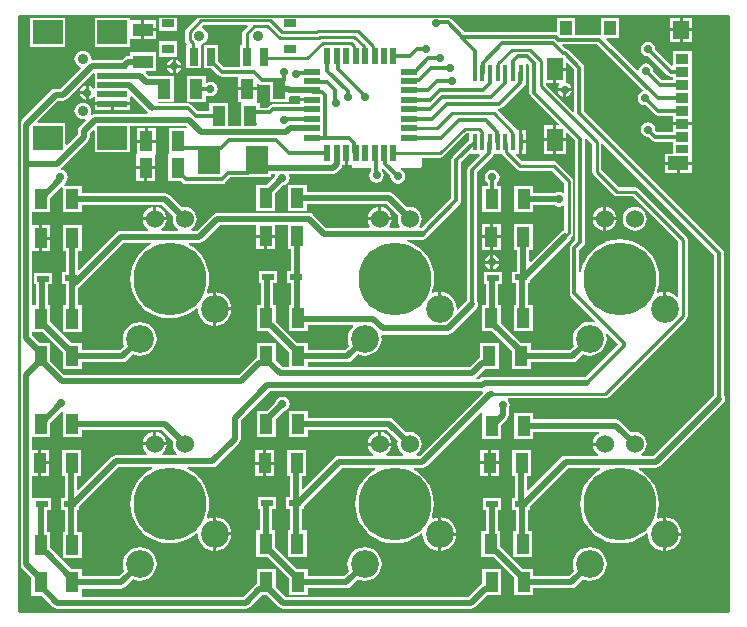
<source format=gtl>
G04*
G04 #@! TF.GenerationSoftware,Altium Limited,Altium Designer,19.0.15 (446)*
G04*
G04 Layer_Physical_Order=1*
G04 Layer_Color=255*
%FSLAX44Y44*%
%MOMM*%
G71*
G01*
G75*
%ADD12C,0.3000*%
%ADD16C,0.2540*%
%ADD18R,1.0000X0.8000*%
%ADD19R,0.7000X1.5000*%
%ADD20R,2.5000X0.5000*%
%ADD21R,2.5000X2.0000*%
%ADD22R,1.9000X2.4000*%
%ADD23R,1.3500X1.5500*%
%ADD24R,1.8000X1.1700*%
%ADD25R,1.3500X1.9000*%
%ADD26R,1.0000X1.2000*%
%ADD27R,1.1000X0.8500*%
%ADD28R,1.1000X0.8750*%
%ADD29R,1.1000X0.7500*%
%ADD30R,1.4732X0.5080*%
%ADD31R,0.5080X1.4732*%
%ADD32R,1.1000X1.7000*%
%ADD33R,0.3556X1.4732*%
%ADD34R,1.0000X0.5000*%
%ADD35R,1.7000X1.1000*%
%ADD58C,0.5000*%
%ADD59C,0.9000*%
%ADD60C,1.5240*%
%ADD61C,6.1500*%
%ADD62C,2.3500*%
%ADD63C,0.7112*%
G36*
X150984Y-1270D02*
X141443Y-10811D01*
X140601Y-12071D01*
X140305Y-13558D01*
Y-20442D01*
X140601Y-21929D01*
X141443Y-23189D01*
X141827Y-23573D01*
X141460Y-24460D01*
X141460D01*
Y-44540D01*
X153540D01*
Y-24646D01*
X153540Y-24646D01*
X153540Y-24646D01*
X154412Y-23860D01*
X154528Y-23780D01*
X156050Y-23149D01*
X157521Y-22021D01*
X158649Y-20550D01*
X159359Y-18838D01*
X159601Y-17000D01*
X159359Y-15162D01*
X158649Y-13450D01*
X157521Y-11979D01*
X156050Y-10851D01*
X154733Y-10305D01*
X154274Y-8968D01*
X155747Y-7495D01*
X193100D01*
X193586Y-8668D01*
X189753Y-12501D01*
X188911Y-13761D01*
X188615Y-15248D01*
Y-24460D01*
X186460D01*
Y-43381D01*
X173206D01*
X168540Y-38715D01*
Y-24460D01*
X156460D01*
Y-44540D01*
X162715D01*
X168587Y-50413D01*
X169924Y-51305D01*
X171500Y-51619D01*
X184960D01*
Y-60230D01*
X193000D01*
X201040D01*
Y-57311D01*
X202213Y-56825D01*
X202801Y-57413D01*
X204137Y-58305D01*
X205713Y-58619D01*
X211960D01*
Y-72540D01*
X228040D01*
Y-68925D01*
X228862Y-68251D01*
X237751D01*
Y-69716D01*
X247657D01*
Y-72256D01*
X237751D01*
Y-74995D01*
X214643D01*
X213067Y-75309D01*
X211731Y-76202D01*
X210301Y-77631D01*
X203790D01*
Y-73710D01*
X201281D01*
X201040Y-72540D01*
X201040D01*
Y-62770D01*
X193000D01*
X184960D01*
Y-72540D01*
X187469D01*
X187710Y-73710D01*
X187710D01*
Y-93321D01*
X176790D01*
Y-73710D01*
X160710D01*
Y-80631D01*
X150955D01*
X145662Y-75338D01*
X144325Y-74445D01*
X142749Y-74131D01*
X117150D01*
X117102Y-74060D01*
X117781Y-72790D01*
X130790D01*
Y-50710D01*
X120246D01*
X119750Y-50611D01*
X109628D01*
X107077Y-48060D01*
X107603Y-46790D01*
X115540D01*
Y-30710D01*
X93460D01*
Y-33765D01*
X92446D01*
X90480Y-34156D01*
X88813Y-35270D01*
X86721Y-37361D01*
X62018D01*
X60959Y-36580D01*
X60805Y-36153D01*
X60609Y-34662D01*
X59899Y-32950D01*
X58771Y-31479D01*
X57300Y-30351D01*
X55588Y-29641D01*
X53750Y-29399D01*
X51912Y-29641D01*
X50200Y-30351D01*
X48729Y-31479D01*
X47601Y-32950D01*
X46891Y-34662D01*
X46649Y-36500D01*
X46891Y-38338D01*
X47601Y-40050D01*
X48729Y-41521D01*
X50200Y-42649D01*
X51493Y-43185D01*
X51942Y-44532D01*
X34857Y-61617D01*
X30766D01*
X28800Y-62009D01*
X27133Y-63122D01*
X1866Y-88389D01*
X1270Y-89281D01*
X0Y-88896D01*
Y0D01*
X118460D01*
Y-12540D01*
X133540D01*
Y0D01*
X150458D01*
X150984Y-1270D01*
D02*
G37*
G36*
X63810Y-48995D02*
Y-61185D01*
X62540Y-61571D01*
X61895Y-60605D01*
X59878Y-59258D01*
X58770Y-59037D01*
Y-65000D01*
Y-70963D01*
X59878Y-70742D01*
X61895Y-69395D01*
X62540Y-68429D01*
X63810Y-68815D01*
Y-73230D01*
X93890D01*
Y-68339D01*
X95063Y-67853D01*
X108862Y-81651D01*
X108533Y-82921D01*
X64190D01*
X62223Y-83312D01*
X61333Y-83907D01*
X60308Y-83065D01*
X60609Y-82338D01*
X60851Y-80500D01*
X60609Y-78662D01*
X59899Y-76950D01*
X58771Y-75479D01*
X57300Y-74351D01*
X55588Y-73641D01*
X53750Y-73399D01*
X51912Y-73641D01*
X50200Y-74351D01*
X48729Y-75479D01*
X47601Y-76950D01*
X46891Y-78662D01*
X46649Y-80500D01*
X46891Y-82338D01*
X47601Y-84050D01*
X48729Y-85521D01*
X50200Y-86649D01*
X51912Y-87359D01*
X53750Y-87601D01*
X55588Y-87359D01*
X55997Y-87189D01*
X56717Y-88266D01*
X50826Y-94156D01*
X49712Y-95823D01*
X49321Y-97790D01*
Y-100189D01*
X40263Y-109247D01*
X39090Y-108761D01*
Y-90560D01*
X15889D01*
X15403Y-89387D01*
X32895Y-71895D01*
X36985D01*
X38952Y-71504D01*
X40619Y-70390D01*
X62540Y-48469D01*
X63810Y-48995D01*
D02*
G37*
G36*
X469881Y-45493D02*
Y-80728D01*
X468708Y-81214D01*
X445803Y-58310D01*
X446329Y-57040D01*
X451980D01*
Y-45000D01*
X453250D01*
Y-43730D01*
X462540D01*
Y-39811D01*
X463713Y-39325D01*
X469881Y-45493D01*
D02*
G37*
G36*
X600000Y-503500D02*
X0D01*
Y-467376D01*
X1270Y-466991D01*
X1866Y-467883D01*
X9960Y-475977D01*
Y-490790D01*
X18772D01*
X28366Y-500384D01*
X30033Y-501498D01*
X32000Y-501889D01*
X191750D01*
X193717Y-501498D01*
X193717Y-501498D01*
X193717Y-501498D01*
X195384Y-500384D01*
X205128Y-490639D01*
X206000D01*
X206496Y-490540D01*
X209773D01*
X219866Y-500634D01*
X221534Y-501748D01*
X223500Y-502139D01*
X382500D01*
X384466Y-501748D01*
X386133Y-500634D01*
X396129Y-490639D01*
X397000D01*
X397496Y-490540D01*
X408040D01*
Y-468460D01*
X391960D01*
Y-480802D01*
X390366Y-481866D01*
X380371Y-491861D01*
X225629D01*
X217040Y-483273D01*
Y-468460D01*
X200960D01*
Y-480801D01*
X199366Y-481866D01*
X189621Y-491611D01*
X53970D01*
X53040Y-490790D01*
Y-484889D01*
X86200D01*
X88167Y-484497D01*
X89834Y-483383D01*
X96102Y-477115D01*
X98170Y-477972D01*
X101901Y-478463D01*
X105631Y-477972D01*
X109107Y-476532D01*
X112092Y-474241D01*
X114383Y-471256D01*
X115823Y-467780D01*
X116314Y-464050D01*
X115823Y-460319D01*
X114383Y-456843D01*
X112092Y-453858D01*
X109107Y-451567D01*
X105631Y-450127D01*
X101901Y-449636D01*
X98170Y-450127D01*
X94694Y-451567D01*
X91709Y-453858D01*
X89418Y-456843D01*
X87978Y-460319D01*
X87487Y-464050D01*
X87978Y-467780D01*
X88835Y-469848D01*
X84072Y-474611D01*
X53040D01*
Y-468710D01*
X44227D01*
X26040Y-450522D01*
Y-436960D01*
X23654D01*
Y-418430D01*
X26570D01*
Y-408350D01*
X19526D01*
X19030Y-408251D01*
X18515D01*
X18018Y-408350D01*
X11490D01*
X10639Y-407433D01*
Y-389540D01*
X16230D01*
Y-378500D01*
Y-367460D01*
X10639D01*
Y-356540D01*
X26040D01*
Y-344727D01*
X35690Y-335077D01*
X36960Y-335603D01*
Y-356540D01*
X53040D01*
Y-350638D01*
X120922D01*
X130100Y-359816D01*
X129753Y-362450D01*
X130102Y-365102D01*
X131126Y-367574D01*
X132754Y-369696D01*
X133921Y-370591D01*
X133490Y-371861D01*
X121111D01*
X120680Y-370591D01*
X121847Y-369696D01*
X123475Y-367574D01*
X124499Y-365102D01*
X124681Y-363720D01*
X114600D01*
X104520D01*
X104702Y-365102D01*
X105726Y-367574D01*
X107354Y-369696D01*
X108521Y-370591D01*
X108090Y-371861D01*
X81750D01*
X79784Y-372252D01*
X78117Y-373366D01*
X50062Y-401420D01*
X48889Y-400934D01*
Y-389540D01*
X52540D01*
Y-367460D01*
X36460D01*
Y-389540D01*
X38612D01*
Y-408210D01*
X35460D01*
Y-418290D01*
X38861D01*
Y-436960D01*
X36960D01*
Y-459040D01*
X53040D01*
Y-436960D01*
X49139D01*
Y-418290D01*
X50540D01*
Y-415477D01*
X83879Y-382138D01*
X112164D01*
X112411Y-383384D01*
X112140Y-383496D01*
X107673Y-386234D01*
X103688Y-389637D01*
X100285Y-393622D01*
X97547Y-398090D01*
X95542Y-402931D01*
X94319Y-408026D01*
X93908Y-413250D01*
X94319Y-418474D01*
X95542Y-423569D01*
X97547Y-428410D01*
X100285Y-432878D01*
X103688Y-436862D01*
X107673Y-440265D01*
X112140Y-443003D01*
X116982Y-445008D01*
X122077Y-446231D01*
X127301Y-446643D01*
X132524Y-446231D01*
X137619Y-445008D01*
X142461Y-443003D01*
X146928Y-440265D01*
X149818Y-437797D01*
X151014Y-438446D01*
X150987Y-438650D01*
X151478Y-442380D01*
X152918Y-445856D01*
X155209Y-448841D01*
X158194Y-451132D01*
X161670Y-452572D01*
X164130Y-452896D01*
Y-438650D01*
Y-424403D01*
X161670Y-424727D01*
X159598Y-425586D01*
X158626Y-424614D01*
X159059Y-423569D01*
X160282Y-418474D01*
X160693Y-413250D01*
X160282Y-408026D01*
X159059Y-402931D01*
X157054Y-398090D01*
X154316Y-393622D01*
X150913Y-389637D01*
X146928Y-386234D01*
X142461Y-383496D01*
X142190Y-383384D01*
X142437Y-382138D01*
X163500D01*
X165467Y-381747D01*
X167134Y-380633D01*
X186133Y-361634D01*
X187247Y-359967D01*
X187638Y-358000D01*
Y-342379D01*
X212128Y-317889D01*
X391750D01*
X391810Y-317877D01*
X392435Y-319047D01*
X339112Y-372371D01*
X336301D01*
X335870Y-371101D01*
X337636Y-369746D01*
X339264Y-367624D01*
X340288Y-365152D01*
X340638Y-362500D01*
X340288Y-359848D01*
X339264Y-357376D01*
X337636Y-355254D01*
X335514Y-353625D01*
X333042Y-352601D01*
X330390Y-352252D01*
X327756Y-352599D01*
X317024Y-341867D01*
X315357Y-340753D01*
X313390Y-340362D01*
X244040D01*
Y-334460D01*
X227960D01*
Y-356540D01*
X244040D01*
Y-350639D01*
X311262D01*
X320489Y-359866D01*
X320142Y-362500D01*
X320491Y-365152D01*
X321515Y-367624D01*
X323144Y-369746D01*
X324909Y-371101D01*
X324478Y-372371D01*
X310901D01*
X310470Y-371101D01*
X312236Y-369746D01*
X313864Y-367624D01*
X314888Y-365152D01*
X315070Y-363770D01*
X304990D01*
X294909D01*
X295091Y-365152D01*
X296115Y-367624D01*
X297744Y-369746D01*
X299509Y-371101D01*
X299078Y-372371D01*
X270990D01*
X269023Y-372762D01*
X267356Y-373876D01*
X240437Y-400796D01*
X239263Y-400310D01*
Y-389790D01*
X242790D01*
Y-367710D01*
X226710D01*
Y-389790D01*
X228986D01*
Y-407460D01*
X225960D01*
Y-417540D01*
X229361D01*
Y-435710D01*
X227460D01*
Y-457790D01*
X243540D01*
Y-435710D01*
X239639D01*
Y-417540D01*
X241040D01*
Y-414727D01*
X273118Y-382649D01*
X301565D01*
X301923Y-383918D01*
X298062Y-386284D01*
X294077Y-389688D01*
X290674Y-393672D01*
X287936Y-398140D01*
X285931Y-402981D01*
X284708Y-408076D01*
X284297Y-413300D01*
X284708Y-418524D01*
X285931Y-423619D01*
X287936Y-428460D01*
X290674Y-432928D01*
X294077Y-436912D01*
X298062Y-440315D01*
X302530Y-443053D01*
X307371Y-445059D01*
X312466Y-446282D01*
X317690Y-446693D01*
X322914Y-446282D01*
X328009Y-445059D01*
X332850Y-443053D01*
X337318Y-440315D01*
X340208Y-437847D01*
X341403Y-438496D01*
X341376Y-438700D01*
X341868Y-442430D01*
X343307Y-445907D01*
X345598Y-448892D01*
X348583Y-451182D01*
X352059Y-452622D01*
X354520Y-452946D01*
Y-438700D01*
Y-424454D01*
X352059Y-424778D01*
X349988Y-425636D01*
X349016Y-424664D01*
X349448Y-423619D01*
X350672Y-418524D01*
X351083Y-413300D01*
X350672Y-408076D01*
X349448Y-402981D01*
X347443Y-398140D01*
X344705Y-393672D01*
X341302Y-389688D01*
X337318Y-386284D01*
X333457Y-383918D01*
X333815Y-382649D01*
X341240D01*
X343207Y-382257D01*
X344874Y-381143D01*
X391039Y-334979D01*
X391960Y-335853D01*
Y-357900D01*
X408040D01*
Y-346087D01*
X412884Y-341244D01*
X413998Y-339576D01*
X414389Y-337610D01*
Y-333032D01*
X414992Y-332129D01*
X415466Y-329750D01*
X414992Y-327372D01*
X413645Y-325355D01*
X413345Y-325155D01*
X413730Y-323885D01*
X496305D01*
X497792Y-323589D01*
X499052Y-322747D01*
X564707Y-257092D01*
X565550Y-255831D01*
X565845Y-254345D01*
Y-189448D01*
X565550Y-187962D01*
X564707Y-186702D01*
X524259Y-146253D01*
X522999Y-145411D01*
X521512Y-145115D01*
X507609D01*
X492885Y-130391D01*
Y-108860D01*
X494058Y-108374D01*
X588381Y-202697D01*
Y-320852D01*
X536861Y-372371D01*
X526802D01*
X526371Y-371101D01*
X528136Y-369746D01*
X529765Y-367624D01*
X530789Y-365152D01*
X531138Y-362500D01*
X530789Y-359848D01*
X529765Y-357376D01*
X528136Y-355254D01*
X526014Y-353625D01*
X523543Y-352601D01*
X520890Y-352252D01*
X518256Y-352599D01*
X508884Y-343226D01*
X507216Y-342113D01*
X505250Y-341721D01*
X435040D01*
Y-335820D01*
X418960D01*
Y-357900D01*
X435040D01*
Y-351999D01*
X490974D01*
X491227Y-353269D01*
X490367Y-353625D01*
X488244Y-355254D01*
X486615Y-357376D01*
X485592Y-359848D01*
X485410Y-361230D01*
X495490D01*
Y-363770D01*
X485410D01*
X485592Y-365152D01*
X486615Y-367624D01*
X488244Y-369746D01*
X490010Y-371101D01*
X489579Y-372371D01*
X462490D01*
X460524Y-372762D01*
X458857Y-373876D01*
X431187Y-401546D01*
X430014Y-401060D01*
Y-389290D01*
X433290D01*
Y-367210D01*
X417210D01*
Y-389290D01*
X419737D01*
Y-407960D01*
X416960D01*
Y-418040D01*
X420236D01*
Y-436210D01*
X418210D01*
Y-458290D01*
X434290D01*
Y-436210D01*
X430514D01*
Y-418040D01*
X432040D01*
Y-415228D01*
X464619Y-382649D01*
X492065D01*
X492423Y-383918D01*
X488562Y-386284D01*
X484578Y-389688D01*
X481175Y-393672D01*
X478437Y-398140D01*
X476432Y-402981D01*
X475209Y-408076D01*
X474797Y-413300D01*
X475209Y-418524D01*
X476432Y-423619D01*
X478437Y-428460D01*
X481175Y-432928D01*
X484578Y-436912D01*
X488562Y-440315D01*
X493030Y-443053D01*
X497871Y-445059D01*
X502966Y-446282D01*
X508190Y-446693D01*
X513414Y-446282D01*
X518509Y-445059D01*
X523350Y-443053D01*
X527818Y-440315D01*
X530708Y-437847D01*
X531904Y-438496D01*
X531877Y-438700D01*
X532368Y-442430D01*
X533808Y-445907D01*
X536099Y-448892D01*
X539084Y-451182D01*
X542560Y-452622D01*
X545020Y-452946D01*
Y-438700D01*
Y-424454D01*
X542560Y-424778D01*
X540488Y-425636D01*
X539516Y-424664D01*
X539949Y-423619D01*
X541172Y-418524D01*
X541583Y-413300D01*
X541172Y-408076D01*
X539949Y-402981D01*
X537944Y-398140D01*
X535206Y-393672D01*
X531803Y-389688D01*
X527818Y-386284D01*
X523957Y-383918D01*
X524315Y-382649D01*
X538990D01*
X540956Y-382257D01*
X542623Y-381143D01*
X596134Y-327634D01*
X597248Y-325967D01*
X597639Y-324000D01*
X597248Y-322034D01*
X596619Y-321093D01*
Y-200991D01*
X596306Y-199414D01*
X595413Y-198078D01*
X478119Y-80784D01*
Y-43787D01*
X477806Y-42210D01*
X476913Y-40874D01*
X464586Y-28547D01*
X463250Y-27654D01*
X461673Y-27341D01*
X461618D01*
X459609Y-25333D01*
X460095Y-24159D01*
X489517D01*
X527924Y-62566D01*
X527745Y-63156D01*
X527417Y-63855D01*
X525546Y-65105D01*
X524199Y-67121D01*
X523726Y-69500D01*
X524199Y-71878D01*
X525546Y-73895D01*
X527562Y-75242D01*
X529941Y-75715D01*
X530266Y-75651D01*
X537878Y-83263D01*
X539215Y-84156D01*
X540791Y-84469D01*
X553460D01*
Y-90080D01*
X561500D01*
X569540D01*
Y-87140D01*
Y-76140D01*
Y-65140D01*
Y-54265D01*
Y-43140D01*
Y-29560D01*
X553460D01*
Y-41648D01*
X552190Y-42174D01*
X538342Y-28325D01*
X538406Y-28000D01*
X537933Y-25621D01*
X536586Y-23605D01*
X534570Y-22258D01*
X532191Y-21785D01*
X529813Y-22258D01*
X527796Y-23605D01*
X526449Y-25621D01*
X525976Y-28000D01*
X526449Y-30378D01*
X527796Y-32395D01*
X529813Y-33742D01*
X532191Y-34215D01*
X532516Y-34151D01*
X548587Y-50222D01*
X549924Y-51114D01*
X551500Y-51428D01*
X553460D01*
Y-54231D01*
X544247D01*
X536842Y-46825D01*
X536907Y-46500D01*
X536433Y-44121D01*
X535086Y-42105D01*
X533070Y-40758D01*
X530691Y-40285D01*
X528312Y-40758D01*
X526296Y-42105D01*
X524949Y-44121D01*
X524613Y-45808D01*
X523235Y-46226D01*
X496722Y-19713D01*
X497208Y-18540D01*
X507540D01*
Y-1460D01*
X492460D01*
Y-15166D01*
X491478Y-15971D01*
X491223Y-15921D01*
X470540D01*
Y-1460D01*
X455460D01*
Y-12907D01*
X454478Y-13712D01*
X454029Y-13623D01*
X376948D01*
X365913Y-2587D01*
X364576Y-1694D01*
X363000Y-1381D01*
X358753D01*
X358670Y-1270D01*
X359310Y0D01*
X600000D01*
Y-503500D01*
D02*
G37*
G36*
X141698Y-94065D02*
X141201Y-95210D01*
X126460D01*
Y-117290D01*
X126210Y-117360D01*
Y-139440D01*
X136465D01*
X138177Y-141152D01*
X139513Y-142045D01*
X141089Y-142359D01*
X171523D01*
X173100Y-142045D01*
X174436Y-141152D01*
X178769Y-136819D01*
X193350D01*
X193747Y-136740D01*
X213390D01*
Y-133743D01*
X216426D01*
X217024Y-134863D01*
X216851Y-135122D01*
X216725Y-135758D01*
X209273Y-143210D01*
X200460D01*
Y-165290D01*
X216540D01*
Y-150477D01*
X223477Y-143540D01*
X224972Y-143242D01*
X226989Y-141895D01*
X228336Y-139879D01*
X228809Y-137500D01*
X228336Y-135122D01*
X228163Y-134863D01*
X228762Y-133743D01*
X265493D01*
X265493Y-133743D01*
X265493Y-133743D01*
X266536Y-133535D01*
X267459Y-133352D01*
X267459Y-133351D01*
X267460Y-133351D01*
X268479Y-132670D01*
X269126Y-132238D01*
X269126Y-132238D01*
X269127Y-132237D01*
X272333Y-129031D01*
X272913Y-128162D01*
X273446Y-127364D01*
X273446Y-127364D01*
X273447Y-127364D01*
X273643Y-126375D01*
X273697Y-126104D01*
X275597D01*
Y-116198D01*
X278137D01*
Y-126104D01*
X281550D01*
Y-129000D01*
X297594D01*
Y-131370D01*
X296758Y-132621D01*
X296285Y-135000D01*
X296758Y-137379D01*
X298105Y-139395D01*
X300121Y-140742D01*
X302500Y-141215D01*
X304879Y-140742D01*
X306895Y-139395D01*
X308242Y-137379D01*
X308715Y-135000D01*
X308242Y-132621D01*
X306955Y-130695D01*
X307042Y-130171D01*
X307316Y-129359D01*
X307984Y-129263D01*
X314291Y-135570D01*
X314226Y-135895D01*
X314699Y-138274D01*
X316046Y-140290D01*
X318063Y-141637D01*
X320441Y-142111D01*
X322820Y-141637D01*
X324836Y-140290D01*
X326184Y-138274D01*
X326657Y-135895D01*
X326184Y-133517D01*
X324836Y-131500D01*
X322995Y-130270D01*
X323020Y-129557D01*
X323207Y-129000D01*
X339408D01*
X341250Y-127158D01*
Y-120083D01*
X356302D01*
X357788Y-119787D01*
X359049Y-118945D01*
X378575Y-99418D01*
X381124D01*
Y-105202D01*
X367087Y-119239D01*
X366194Y-120576D01*
X365881Y-122152D01*
Y-154294D01*
X340954Y-179221D01*
X339137D01*
X338510Y-177951D01*
X339375Y-176824D01*
X340399Y-174352D01*
X340748Y-171700D01*
X340399Y-169047D01*
X339375Y-166576D01*
X337747Y-164454D01*
X335624Y-162825D01*
X333153Y-161801D01*
X330500Y-161452D01*
X327867Y-161799D01*
X316684Y-150616D01*
X315017Y-149502D01*
X313051Y-149111D01*
X243540D01*
Y-143210D01*
X227460D01*
Y-165290D01*
X243540D01*
Y-159389D01*
X310922D01*
X320600Y-169066D01*
X320253Y-171700D01*
X320602Y-174352D01*
X321626Y-176824D01*
X322491Y-177951D01*
X321865Y-179221D01*
X313737D01*
X313110Y-177951D01*
X313975Y-176824D01*
X314999Y-174352D01*
X315181Y-172970D01*
X305100D01*
X295020D01*
X295202Y-174352D01*
X296226Y-176824D01*
X297091Y-177951D01*
X296465Y-179221D01*
X259981D01*
X249076Y-168316D01*
X247409Y-167202D01*
X245442Y-166811D01*
X167550D01*
X165584Y-167202D01*
X163917Y-168316D01*
X150412Y-181821D01*
X145912D01*
X145481Y-180551D01*
X147247Y-179196D01*
X148875Y-177073D01*
X149899Y-174602D01*
X150248Y-171950D01*
X149899Y-169297D01*
X148875Y-166826D01*
X147247Y-164703D01*
X145124Y-163075D01*
X142653Y-162051D01*
X140000Y-161702D01*
X137367Y-162049D01*
X126934Y-151616D01*
X125267Y-150503D01*
X123301Y-150111D01*
X53040D01*
Y-144210D01*
X38103D01*
X37577Y-142940D01*
X38384Y-142134D01*
X39498Y-140466D01*
X39526Y-140325D01*
X40492Y-138878D01*
X40965Y-136500D01*
X40492Y-134121D01*
X39145Y-132105D01*
X37129Y-130758D01*
X35213Y-130377D01*
X34901Y-129058D01*
X35161Y-128884D01*
X58094Y-105951D01*
X59208Y-104284D01*
X59599Y-102318D01*
Y-99918D01*
X62637Y-96880D01*
X63810Y-97366D01*
Y-115640D01*
X93890D01*
Y-93199D01*
X141005D01*
X141698Y-94065D01*
D02*
G37*
G36*
X431881Y-41706D02*
Y-65000D01*
X432194Y-66576D01*
X433087Y-67913D01*
X456661Y-91487D01*
X456175Y-92660D01*
X454520D01*
Y-103430D01*
X462540D01*
Y-99024D01*
X463713Y-98538D01*
X470881Y-105706D01*
Y-189794D01*
X467087Y-193587D01*
X466194Y-194924D01*
X465881Y-196500D01*
Y-235000D01*
X466194Y-236576D01*
X467087Y-237913D01*
X487609Y-258434D01*
X486903Y-259490D01*
X486631Y-259377D01*
X482901Y-258886D01*
X479170Y-259377D01*
X475694Y-260817D01*
X472709Y-263108D01*
X470418Y-266093D01*
X468978Y-269569D01*
X468487Y-273300D01*
X468978Y-277030D01*
X469835Y-279098D01*
X466072Y-282861D01*
X433040D01*
Y-276960D01*
X424728D01*
X407540Y-259773D01*
Y-244960D01*
X405278D01*
Y-226680D01*
X408320D01*
Y-216600D01*
X401276D01*
X400780Y-216501D01*
X400140D01*
X399643Y-216600D01*
X393240D01*
Y-226680D01*
X395001D01*
Y-244960D01*
X391460D01*
Y-267040D01*
X400273D01*
X416862Y-283629D01*
Y-285000D01*
X416960Y-285495D01*
Y-299040D01*
X433040D01*
Y-293139D01*
X468200D01*
X470167Y-292748D01*
X471834Y-291634D01*
X477102Y-286365D01*
X479170Y-287222D01*
X482901Y-287713D01*
X486631Y-287222D01*
X490107Y-285782D01*
X493092Y-283491D01*
X495383Y-280506D01*
X496823Y-277030D01*
X497314Y-273300D01*
X496823Y-269569D01*
X496710Y-269297D01*
X497766Y-268591D01*
X507175Y-278000D01*
X479813Y-305361D01*
X394000D01*
X392034Y-305753D01*
X390366Y-306866D01*
X389622Y-307611D01*
X387208D01*
X386823Y-306341D01*
X387134Y-306134D01*
X394128Y-299139D01*
X395000D01*
X395000Y-299139D01*
X395001Y-299139D01*
X395497Y-299040D01*
X406040D01*
Y-276960D01*
X389960D01*
Y-289302D01*
X388366Y-290367D01*
X381372Y-297361D01*
X244040D01*
Y-293139D01*
X277700D01*
X279667Y-292748D01*
X281334Y-291634D01*
X286602Y-286365D01*
X288670Y-287222D01*
X292400Y-287713D01*
X296131Y-287222D01*
X299607Y-285782D01*
X302592Y-283491D01*
X304883Y-280506D01*
X306323Y-277030D01*
X306814Y-273300D01*
X306467Y-270669D01*
X307258Y-269928D01*
X307638Y-269828D01*
X362855D01*
X364822Y-269437D01*
X366489Y-268323D01*
X387134Y-247678D01*
X388248Y-246011D01*
X388639Y-244044D01*
X388248Y-242078D01*
X387619Y-241138D01*
Y-131819D01*
X400777Y-118662D01*
X401670Y-117325D01*
X401811Y-116616D01*
X408469D01*
X408523Y-116887D01*
X409365Y-118147D01*
X421123Y-129905D01*
X422383Y-130747D01*
X423870Y-131042D01*
X450891D01*
X461115Y-141267D01*
Y-149361D01*
X459995Y-149959D01*
X459320Y-149508D01*
X456941Y-149035D01*
X454563Y-149508D01*
X454033Y-149861D01*
X435040D01*
Y-143960D01*
X418960D01*
Y-166040D01*
X435040D01*
Y-160139D01*
X453285D01*
X454563Y-160993D01*
X456941Y-161466D01*
X459320Y-160993D01*
X459995Y-160541D01*
X461115Y-161140D01*
Y-181755D01*
X460074Y-181962D01*
X458406Y-183076D01*
X433062Y-208420D01*
X431889Y-207934D01*
Y-198040D01*
X434790D01*
Y-175960D01*
X418710D01*
Y-198040D01*
X421612D01*
Y-216460D01*
X417210D01*
Y-226540D01*
X420486D01*
Y-244960D01*
X418460D01*
Y-267040D01*
X434540D01*
Y-244960D01*
X430764D01*
Y-226540D01*
X432290D01*
Y-223727D01*
X465674Y-190343D01*
X466788Y-188676D01*
X467091Y-187153D01*
X467747Y-186497D01*
X468589Y-185236D01*
X468589Y-185236D01*
X468885Y-183750D01*
Y-139658D01*
X468589Y-138171D01*
X467747Y-136911D01*
X455247Y-124411D01*
X453986Y-123569D01*
X452500Y-123273D01*
X425479D01*
X419995Y-117789D01*
X420481Y-116616D01*
X423288D01*
Y-106710D01*
Y-96804D01*
X421089D01*
X421035Y-96533D01*
X420193Y-95273D01*
X404849Y-79929D01*
X404988Y-79223D01*
X405322Y-78659D01*
X406562D01*
X408138Y-78345D01*
X409474Y-77453D01*
X427193Y-59734D01*
X428086Y-58397D01*
X428126Y-58196D01*
X428876D01*
Y-40361D01*
X430050Y-39875D01*
X431881Y-41706D01*
D02*
G37*
G36*
X36960Y-145353D02*
Y-166290D01*
X53040D01*
Y-160389D01*
X121172D01*
X130100Y-169316D01*
X129753Y-171950D01*
X130102Y-174602D01*
X131126Y-177073D01*
X132754Y-179196D01*
X134520Y-180551D01*
X134089Y-181821D01*
X120512D01*
X120081Y-180551D01*
X121847Y-179196D01*
X123475Y-177073D01*
X124499Y-174602D01*
X124681Y-173220D01*
X114600D01*
X104520D01*
X104702Y-174602D01*
X105726Y-177073D01*
X107354Y-179196D01*
X109120Y-180551D01*
X108689Y-181821D01*
X86424D01*
X84458Y-182212D01*
X82791Y-183326D01*
X50812Y-215304D01*
X49639Y-214818D01*
Y-199290D01*
X53040D01*
Y-177210D01*
X36960D01*
Y-199290D01*
X39361D01*
Y-217210D01*
X36460D01*
Y-227290D01*
X39361D01*
Y-245210D01*
X36960D01*
Y-267290D01*
X53040D01*
Y-245210D01*
X49639D01*
Y-230638D01*
X50768Y-229883D01*
X88553Y-192098D01*
X111175D01*
X111533Y-193368D01*
X107673Y-195734D01*
X103688Y-199137D01*
X100285Y-203122D01*
X97547Y-207590D01*
X95542Y-212431D01*
X94319Y-217526D01*
X93908Y-222750D01*
X94319Y-227973D01*
X95542Y-233069D01*
X97547Y-237910D01*
X100285Y-242377D01*
X103688Y-246362D01*
X107673Y-249765D01*
X112140Y-252503D01*
X116982Y-254508D01*
X122077Y-255732D01*
X127301Y-256143D01*
X132524Y-255732D01*
X137619Y-254508D01*
X142461Y-252503D01*
X146928Y-249765D01*
X149818Y-247297D01*
X151014Y-247946D01*
X150987Y-248150D01*
X151478Y-251880D01*
X152918Y-255356D01*
X155209Y-258341D01*
X158194Y-260632D01*
X161670Y-262072D01*
X164130Y-262396D01*
Y-248150D01*
Y-233904D01*
X161670Y-234227D01*
X159598Y-235086D01*
X158626Y-234114D01*
X159059Y-233069D01*
X160282Y-227973D01*
X160693Y-222750D01*
X160282Y-217526D01*
X159059Y-212431D01*
X157054Y-207590D01*
X154316Y-203122D01*
X150913Y-199137D01*
X146928Y-195734D01*
X143068Y-193368D01*
X143426Y-192098D01*
X152540D01*
X154506Y-191707D01*
X156174Y-190593D01*
X169679Y-177088D01*
X200460D01*
Y-185230D01*
X208500D01*
X216540D01*
Y-177088D01*
X227460D01*
Y-197540D01*
X229861D01*
Y-215960D01*
X226960D01*
Y-226040D01*
X230111D01*
Y-244960D01*
X227960D01*
Y-267040D01*
X244040D01*
Y-261649D01*
X282135D01*
X282544Y-262851D01*
X282209Y-263108D01*
X279918Y-266093D01*
X278478Y-269569D01*
X277987Y-273300D01*
X278478Y-277030D01*
X279335Y-279098D01*
X275571Y-282861D01*
X244040D01*
Y-276960D01*
X235228D01*
X217040Y-258773D01*
Y-244960D01*
X214903D01*
Y-226180D01*
X218070D01*
Y-216100D01*
X211026D01*
X210530Y-216001D01*
X209765D01*
X209268Y-216100D01*
X202990D01*
Y-226180D01*
X204626D01*
Y-244960D01*
X200960D01*
Y-267040D01*
X210773D01*
X227960Y-284227D01*
Y-297361D01*
X222628D01*
X217040Y-291773D01*
Y-276960D01*
X200960D01*
Y-289302D01*
X199367Y-290366D01*
X185871Y-303861D01*
X37878D01*
X26040Y-292023D01*
Y-277210D01*
X17227D01*
X10639Y-270621D01*
Y-267290D01*
X19773D01*
X36960Y-284477D01*
Y-299290D01*
X53040D01*
Y-293389D01*
X87200D01*
X89166Y-292998D01*
X90834Y-291884D01*
X96102Y-286615D01*
X98170Y-287472D01*
X101901Y-287963D01*
X105631Y-287472D01*
X109107Y-286032D01*
X112092Y-283741D01*
X114383Y-280756D01*
X115823Y-277280D01*
X116314Y-273550D01*
X115823Y-269819D01*
X114383Y-266343D01*
X112092Y-263358D01*
X109107Y-261067D01*
X105631Y-259627D01*
X101901Y-259136D01*
X98170Y-259627D01*
X94694Y-261067D01*
X91709Y-263358D01*
X89418Y-266343D01*
X87978Y-269819D01*
X87487Y-273550D01*
X87978Y-277280D01*
X88835Y-279348D01*
X85071Y-283111D01*
X53040D01*
Y-277210D01*
X44227D01*
X26040Y-259022D01*
Y-245210D01*
X24153D01*
Y-227430D01*
X27570D01*
Y-217350D01*
X20526D01*
X20030Y-217251D01*
X19015D01*
X18518Y-217350D01*
X12490D01*
Y-227430D01*
X13876D01*
Y-245210D01*
X10639D01*
Y-199290D01*
X16730D01*
Y-188250D01*
Y-177210D01*
X10639D01*
Y-166290D01*
X26040D01*
Y-154477D01*
X35690Y-144827D01*
X36960Y-145353D01*
D02*
G37*
G36*
X485115Y-108609D02*
Y-132000D01*
X485411Y-133487D01*
X486253Y-134747D01*
X503253Y-151747D01*
X504513Y-152589D01*
X506000Y-152885D01*
X519903D01*
X558076Y-191057D01*
Y-237666D01*
X556873Y-238074D01*
X556592Y-237708D01*
X553607Y-235417D01*
X550131Y-233978D01*
X547671Y-233654D01*
Y-247900D01*
X545131D01*
Y-233654D01*
X542670Y-233978D01*
X540598Y-234836D01*
X539626Y-233864D01*
X540059Y-232819D01*
X541282Y-227724D01*
X541693Y-222500D01*
X541282Y-217276D01*
X540059Y-212181D01*
X538054Y-207340D01*
X535316Y-202872D01*
X531913Y-198887D01*
X527928Y-195484D01*
X523461Y-192746D01*
X518619Y-190741D01*
X513524Y-189518D01*
X508301Y-189107D01*
X503077Y-189518D01*
X497982Y-190741D01*
X493140Y-192746D01*
X488673Y-195484D01*
X484688Y-198887D01*
X481285Y-202872D01*
X478547Y-207340D01*
X476542Y-212181D01*
X475389Y-216982D01*
X474119Y-216832D01*
Y-198206D01*
X477913Y-194413D01*
X478806Y-193076D01*
X479119Y-191500D01*
Y-104409D01*
X480186Y-103862D01*
X480347Y-103841D01*
X485115Y-108609D01*
D02*
G37*
G36*
X389999Y-117789D02*
X380588Y-127201D01*
X379695Y-128537D01*
X379381Y-130113D01*
Y-240896D01*
X371398Y-248880D01*
X370259Y-248318D01*
X370314Y-247900D01*
X369823Y-244169D01*
X368383Y-240693D01*
X366092Y-237708D01*
X363107Y-235417D01*
X359631Y-233978D01*
X357170Y-233654D01*
Y-247900D01*
X354631D01*
Y-233654D01*
X352170Y-233978D01*
X350098Y-234836D01*
X349126Y-233864D01*
X349559Y-232819D01*
X350782Y-227724D01*
X351194Y-222500D01*
X350782Y-217276D01*
X349559Y-212181D01*
X347554Y-207340D01*
X344816Y-202872D01*
X341413Y-198887D01*
X337428Y-195484D01*
X332961Y-192746D01*
X328120Y-190741D01*
X328383Y-189498D01*
X341641D01*
X343607Y-189107D01*
X345274Y-187993D01*
X346388Y-186326D01*
X346609Y-185217D01*
X372913Y-158913D01*
X373806Y-157576D01*
X374119Y-156000D01*
Y-123858D01*
X381362Y-116616D01*
X389513D01*
X389999Y-117789D01*
D02*
G37*
%LPC*%
G36*
X115540Y-3710D02*
X105770D01*
Y-10480D01*
X115540D01*
Y-3710D01*
D02*
G37*
G36*
Y-13020D02*
X105770D01*
Y-19790D01*
X115540D01*
Y-13020D01*
D02*
G37*
G36*
X93890Y-1360D02*
X63810D01*
Y-26440D01*
X93890D01*
Y-19790D01*
X103230D01*
Y-11750D01*
Y-3710D01*
X93890D01*
Y-1360D01*
D02*
G37*
G36*
X39090D02*
X9010D01*
Y-26440D01*
X39090D01*
Y-1360D01*
D02*
G37*
G36*
X133540Y-21460D02*
X118460D01*
Y-34540D01*
X133540D01*
Y-21460D01*
D02*
G37*
G36*
X132270Y-36787D02*
Y-41480D01*
X136963D01*
X136742Y-40371D01*
X135395Y-38355D01*
X133378Y-37008D01*
X132270Y-36787D01*
D02*
G37*
G36*
X129730D02*
X128621Y-37008D01*
X126605Y-38355D01*
X125258Y-40371D01*
X125037Y-41480D01*
X129730D01*
Y-36787D01*
D02*
G37*
G36*
X136963Y-44020D02*
X132270D01*
Y-48713D01*
X133378Y-48492D01*
X135395Y-47145D01*
X136742Y-45128D01*
X136963Y-44020D01*
D02*
G37*
G36*
X129730D02*
X125037D01*
X125258Y-45128D01*
X126605Y-47145D01*
X128621Y-48492D01*
X129730Y-48713D01*
Y-44020D01*
D02*
G37*
G36*
X157790Y-50710D02*
X141710D01*
Y-72790D01*
X157790D01*
Y-68033D01*
X158910Y-67434D01*
X159372Y-67742D01*
X161750Y-68215D01*
X164128Y-67742D01*
X166145Y-66395D01*
X167492Y-64378D01*
X167965Y-62000D01*
X167492Y-59622D01*
X166145Y-57605D01*
X164128Y-56258D01*
X161750Y-55785D01*
X159372Y-56258D01*
X158910Y-56566D01*
X157790Y-55967D01*
Y-50710D01*
D02*
G37*
G36*
X56230Y-59037D02*
X55121Y-59258D01*
X53105Y-60605D01*
X51757Y-62621D01*
X51537Y-63730D01*
X56230D01*
Y-59037D01*
D02*
G37*
G36*
Y-66270D02*
X51537D01*
X51757Y-67378D01*
X53105Y-69395D01*
X55121Y-70742D01*
X56230Y-70963D01*
Y-66270D01*
D02*
G37*
G36*
X93890Y-75770D02*
X80120D01*
Y-79540D01*
X93890D01*
Y-75770D01*
D02*
G37*
G36*
X77580D02*
X63810D01*
Y-79540D01*
X77580D01*
Y-75770D01*
D02*
G37*
G36*
X462540Y-46270D02*
X454520D01*
Y-57040D01*
X456779D01*
X457160Y-58310D01*
X455949Y-60122D01*
X455728Y-61230D01*
X467654D01*
X467434Y-60122D01*
X466086Y-58105D01*
X464070Y-56758D01*
X462540Y-56453D01*
Y-46270D01*
D02*
G37*
G36*
X467654Y-63770D02*
X462961D01*
Y-68463D01*
X464070Y-68242D01*
X466086Y-66895D01*
X467434Y-64879D01*
X467654Y-63770D01*
D02*
G37*
G36*
X460421D02*
X455728D01*
X455949Y-64879D01*
X457296Y-66895D01*
X459313Y-68242D01*
X460421Y-68463D01*
Y-63770D01*
D02*
G37*
G36*
X569540Y-1460D02*
X561520D01*
Y-10480D01*
X569540D01*
Y-1460D01*
D02*
G37*
G36*
X558980D02*
X550960D01*
Y-10480D01*
X558980D01*
Y-1460D01*
D02*
G37*
G36*
X569540Y-13020D02*
X561520D01*
Y-22040D01*
X569540D01*
Y-13020D01*
D02*
G37*
G36*
X558980D02*
X550960D01*
Y-22040D01*
X558980D01*
Y-13020D01*
D02*
G37*
G36*
X532191Y-90034D02*
X529813Y-90508D01*
X527796Y-91855D01*
X526449Y-93871D01*
X525976Y-96250D01*
X526449Y-98628D01*
X527796Y-100645D01*
X529813Y-101992D01*
X532191Y-102465D01*
X532516Y-102401D01*
X535378Y-105262D01*
X536715Y-106155D01*
X538291Y-106469D01*
X553460D01*
Y-116560D01*
X546460D01*
Y-123680D01*
X558000D01*
X569540D01*
Y-119140D01*
X569540D01*
Y-109140D01*
Y-98140D01*
Y-92620D01*
X561500D01*
X553460D01*
Y-98231D01*
X539997D01*
X538342Y-96575D01*
X538406Y-96250D01*
X537933Y-93871D01*
X536586Y-91855D01*
X534570Y-90508D01*
X532191Y-90034D01*
D02*
G37*
G36*
X569540Y-126220D02*
X559270D01*
Y-133340D01*
X569540D01*
Y-126220D01*
D02*
G37*
G36*
X556730D02*
X546460D01*
Y-133340D01*
X556730D01*
Y-126220D01*
D02*
G37*
G36*
X222750Y-322534D02*
X220372Y-323008D01*
X218355Y-324355D01*
X217008Y-326371D01*
X216796Y-327437D01*
X209773Y-334460D01*
X200960D01*
Y-356540D01*
X217040D01*
Y-341727D01*
X224063Y-334704D01*
X225129Y-334492D01*
X227145Y-333145D01*
X228493Y-331129D01*
X228966Y-328750D01*
X228493Y-326371D01*
X227145Y-324355D01*
X225129Y-323008D01*
X222750Y-322534D01*
D02*
G37*
G36*
X115871Y-352369D02*
Y-361180D01*
X124681D01*
X124499Y-359797D01*
X123475Y-357326D01*
X121847Y-355203D01*
X119724Y-353575D01*
X117253Y-352551D01*
X115871Y-352369D01*
D02*
G37*
G36*
X113330D02*
X111948Y-352551D01*
X109477Y-353575D01*
X107354Y-355203D01*
X105726Y-357326D01*
X104702Y-359797D01*
X104520Y-361180D01*
X113330D01*
Y-352369D01*
D02*
G37*
G36*
X306260Y-352419D02*
Y-361230D01*
X315070D01*
X314888Y-359848D01*
X313864Y-357376D01*
X312236Y-355254D01*
X310114Y-353625D01*
X307642Y-352601D01*
X306260Y-352419D01*
D02*
G37*
G36*
X303720D02*
X302337Y-352601D01*
X299866Y-353625D01*
X297744Y-355254D01*
X296115Y-357376D01*
X295091Y-359848D01*
X294909Y-361230D01*
X303720D01*
Y-352419D01*
D02*
G37*
G36*
X406290Y-367210D02*
X399520D01*
Y-376980D01*
X406290D01*
Y-367210D01*
D02*
G37*
G36*
X396980D02*
X390210D01*
Y-376980D01*
X396980D01*
Y-367210D01*
D02*
G37*
G36*
X25540Y-367460D02*
X18770D01*
Y-377230D01*
X25540D01*
Y-367460D01*
D02*
G37*
G36*
X215790Y-367710D02*
X209020D01*
Y-377480D01*
X215790D01*
Y-367710D01*
D02*
G37*
G36*
X206480D02*
X199710D01*
Y-377480D01*
X206480D01*
Y-367710D01*
D02*
G37*
G36*
X406290Y-379520D02*
X399520D01*
Y-389290D01*
X406290D01*
Y-379520D01*
D02*
G37*
G36*
X396980D02*
X390210D01*
Y-389290D01*
X396980D01*
Y-379520D01*
D02*
G37*
G36*
X25540Y-379770D02*
X18770D01*
Y-389540D01*
X25540D01*
Y-379770D01*
D02*
G37*
G36*
X215790Y-380020D02*
X209020D01*
Y-389790D01*
X215790D01*
Y-380020D01*
D02*
G37*
G36*
X206480D02*
X199710D01*
Y-389790D01*
X206480D01*
Y-380020D01*
D02*
G37*
G36*
X166670Y-424403D02*
Y-437380D01*
X179647D01*
X179323Y-434919D01*
X177883Y-431443D01*
X175592Y-428458D01*
X172607Y-426167D01*
X169131Y-424727D01*
X166670Y-424403D01*
D02*
G37*
G36*
X547560Y-424454D02*
Y-437430D01*
X560536D01*
X560213Y-434969D01*
X558773Y-431493D01*
X556482Y-428508D01*
X553497Y-426218D01*
X550021Y-424778D01*
X547560Y-424454D01*
D02*
G37*
G36*
X357060D02*
Y-437430D01*
X370036D01*
X369712Y-434969D01*
X368272Y-431493D01*
X365981Y-428508D01*
X362996Y-426218D01*
X359520Y-424778D01*
X357060Y-424454D01*
D02*
G37*
G36*
X179647Y-439920D02*
X166670D01*
Y-452896D01*
X169131Y-452572D01*
X172607Y-451132D01*
X175592Y-448841D01*
X177883Y-445856D01*
X179323Y-442380D01*
X179647Y-439920D01*
D02*
G37*
G36*
X560536Y-439970D02*
X547560D01*
Y-452946D01*
X550021Y-452622D01*
X553497Y-451182D01*
X556482Y-448892D01*
X558773Y-445907D01*
X560213Y-442430D01*
X560536Y-439970D01*
D02*
G37*
G36*
X370036D02*
X357060D01*
Y-452946D01*
X359520Y-452622D01*
X362996Y-451182D01*
X365981Y-448892D01*
X368272Y-445907D01*
X369712Y-442430D01*
X370036Y-439970D01*
D02*
G37*
G36*
X400530Y-408001D02*
X399890D01*
X399393Y-408100D01*
X392990D01*
Y-418180D01*
X394751D01*
Y-436210D01*
X391210D01*
Y-458290D01*
X401523D01*
X418960Y-475728D01*
Y-490540D01*
X435040D01*
Y-484639D01*
X467390D01*
X469357Y-484248D01*
X471024Y-483134D01*
X476992Y-477166D01*
X479060Y-478022D01*
X482790Y-478513D01*
X486521Y-478022D01*
X489997Y-476582D01*
X492982Y-474292D01*
X495273Y-471307D01*
X496712Y-467830D01*
X497204Y-464100D01*
X496712Y-460369D01*
X495273Y-456893D01*
X492982Y-453908D01*
X489997Y-451618D01*
X486521Y-450178D01*
X482790Y-449687D01*
X479060Y-450178D01*
X475584Y-451618D01*
X472598Y-453908D01*
X470308Y-456893D01*
X468868Y-460369D01*
X468377Y-464100D01*
X468868Y-467830D01*
X469725Y-469898D01*
X465262Y-474361D01*
X435040D01*
Y-468460D01*
X426227D01*
X407384Y-449616D01*
X407290Y-449554D01*
Y-436210D01*
X405028D01*
Y-418180D01*
X408070D01*
Y-408100D01*
X401026D01*
X400530Y-408001D01*
D02*
G37*
G36*
X209530Y-407501D02*
X209015D01*
X208519Y-407600D01*
X201990D01*
Y-417680D01*
X203876D01*
Y-435710D01*
X200460D01*
Y-457790D01*
X210023D01*
X227960Y-475728D01*
Y-490540D01*
X244040D01*
Y-484639D01*
X276890D01*
X278857Y-484248D01*
X278857Y-484248D01*
X280524Y-483134D01*
X286492Y-477166D01*
X288559Y-478022D01*
X292290Y-478513D01*
X296020Y-478022D01*
X299496Y-476582D01*
X302481Y-474292D01*
X304772Y-471307D01*
X306212Y-467830D01*
X306703Y-464100D01*
X306212Y-460369D01*
X304772Y-456893D01*
X302481Y-453908D01*
X299496Y-451618D01*
X296020Y-450178D01*
X292290Y-449687D01*
X288559Y-450178D01*
X285083Y-451618D01*
X282098Y-453908D01*
X279807Y-456893D01*
X278368Y-460369D01*
X277876Y-464100D01*
X278368Y-467830D01*
X279224Y-469898D01*
X274762Y-474361D01*
X244040D01*
Y-468460D01*
X235227D01*
X216540Y-449772D01*
Y-435710D01*
X214154D01*
Y-417680D01*
X217070D01*
Y-407600D01*
X210026D01*
X209530Y-407501D01*
D02*
G37*
G36*
X115540Y-95210D02*
X108770D01*
Y-104980D01*
X115540D01*
Y-95210D01*
D02*
G37*
G36*
X106230D02*
X99460D01*
Y-104980D01*
X106230D01*
Y-95210D01*
D02*
G37*
G36*
X115540Y-107520D02*
X107500D01*
X99460D01*
Y-116194D01*
X99210Y-117360D01*
X99210Y-118456D01*
Y-127130D01*
X107250D01*
X115290D01*
Y-118456D01*
X115540Y-117290D01*
X115540Y-116194D01*
Y-107520D01*
D02*
G37*
G36*
X115290Y-129670D02*
X108520D01*
Y-139440D01*
X115290D01*
Y-129670D01*
D02*
G37*
G36*
X105980D02*
X99210D01*
Y-139440D01*
X105980D01*
Y-129670D01*
D02*
G37*
G36*
X306371Y-161619D02*
Y-170430D01*
X315181D01*
X314999Y-169047D01*
X313975Y-166576D01*
X312347Y-164454D01*
X310224Y-162825D01*
X307753Y-161801D01*
X306371Y-161619D01*
D02*
G37*
G36*
X303831D02*
X302448Y-161801D01*
X299977Y-162825D01*
X297854Y-164454D01*
X296226Y-166576D01*
X295202Y-169047D01*
X295020Y-170430D01*
X303831D01*
Y-161619D01*
D02*
G37*
G36*
X451980Y-92660D02*
X443960D01*
Y-103430D01*
X451980D01*
Y-92660D01*
D02*
G37*
G36*
X428876Y-96804D02*
X425828D01*
Y-105440D01*
X428876D01*
Y-96804D01*
D02*
G37*
G36*
Y-107980D02*
X425828D01*
Y-116616D01*
X428876D01*
Y-107980D01*
D02*
G37*
G36*
X462540Y-105970D02*
X454520D01*
Y-116740D01*
X462540D01*
Y-105970D01*
D02*
G37*
G36*
X451980D02*
X443960D01*
Y-116740D01*
X451980D01*
Y-105970D01*
D02*
G37*
G36*
X400441Y-130285D02*
X398063Y-130758D01*
X396046Y-132105D01*
X394699Y-134122D01*
X394226Y-136500D01*
X394699Y-138879D01*
X396046Y-140895D01*
X396411Y-141138D01*
Y-143960D01*
X391960D01*
Y-166040D01*
X408040D01*
Y-143960D01*
X404649D01*
Y-141020D01*
X404836Y-140895D01*
X406184Y-138879D01*
X406657Y-136500D01*
X406184Y-134122D01*
X404836Y-132105D01*
X402820Y-130758D01*
X400441Y-130285D01*
D02*
G37*
G36*
X407790Y-175960D02*
X401020D01*
Y-185730D01*
X407790D01*
Y-175960D01*
D02*
G37*
G36*
X398480D02*
X391710D01*
Y-185730D01*
X398480D01*
Y-175960D01*
D02*
G37*
G36*
X407790Y-188270D02*
X401020D01*
Y-198040D01*
X407790D01*
Y-188270D01*
D02*
G37*
G36*
X398480D02*
X391710D01*
Y-198040D01*
X398480D01*
Y-188270D01*
D02*
G37*
G36*
X401461Y-202537D02*
Y-207230D01*
X406154D01*
X405934Y-206122D01*
X404586Y-204105D01*
X402570Y-202758D01*
X401461Y-202537D01*
D02*
G37*
G36*
X398921D02*
X397813Y-202758D01*
X395796Y-204105D01*
X394449Y-206122D01*
X394229Y-207230D01*
X398921D01*
Y-202537D01*
D02*
G37*
G36*
X406154Y-209770D02*
X401461D01*
Y-214463D01*
X402570Y-214242D01*
X404586Y-212895D01*
X405934Y-210879D01*
X406154Y-209770D01*
D02*
G37*
G36*
X398921D02*
X394229D01*
X394449Y-210879D01*
X395796Y-212895D01*
X397813Y-214242D01*
X398921Y-214463D01*
Y-209770D01*
D02*
G37*
G36*
X115871Y-161869D02*
Y-170680D01*
X124681D01*
X124499Y-169297D01*
X123475Y-166826D01*
X121847Y-164703D01*
X119724Y-163075D01*
X117253Y-162051D01*
X115871Y-161869D01*
D02*
G37*
G36*
X113330D02*
X111948Y-162051D01*
X109477Y-163075D01*
X107354Y-164703D01*
X105726Y-166826D01*
X104702Y-169297D01*
X104520Y-170680D01*
X113330D01*
Y-161869D01*
D02*
G37*
G36*
X26040Y-177210D02*
X19270D01*
Y-186980D01*
X26040D01*
Y-177210D01*
D02*
G37*
G36*
X216540Y-187770D02*
X209770D01*
Y-197540D01*
X216540D01*
Y-187770D01*
D02*
G37*
G36*
X207230D02*
X200460D01*
Y-197540D01*
X207230D01*
Y-187770D01*
D02*
G37*
G36*
X26040Y-189520D02*
X19270D01*
Y-199290D01*
X26040D01*
Y-189520D01*
D02*
G37*
G36*
X166670Y-233904D02*
Y-246880D01*
X179647D01*
X179323Y-244419D01*
X177883Y-240943D01*
X175592Y-237958D01*
X172607Y-235667D01*
X169131Y-234227D01*
X166670Y-233904D01*
D02*
G37*
G36*
X179647Y-249420D02*
X166670D01*
Y-262396D01*
X169131Y-262072D01*
X172607Y-260632D01*
X175592Y-258341D01*
X177883Y-255356D01*
X179323Y-251880D01*
X179647Y-249420D01*
D02*
G37*
G36*
X496870Y-161619D02*
Y-170430D01*
X505681D01*
X505499Y-169047D01*
X504475Y-166576D01*
X502847Y-164454D01*
X500724Y-162825D01*
X498253Y-161801D01*
X496870Y-161619D01*
D02*
G37*
G36*
X494330D02*
X492948Y-161801D01*
X490477Y-162825D01*
X488354Y-164454D01*
X486726Y-166576D01*
X485702Y-169047D01*
X485520Y-170430D01*
X494330D01*
Y-161619D01*
D02*
G37*
G36*
X505681Y-172970D02*
X496870D01*
Y-181780D01*
X498253Y-181598D01*
X500724Y-180574D01*
X502847Y-178946D01*
X504475Y-176824D01*
X505499Y-174352D01*
X505681Y-172970D01*
D02*
G37*
G36*
X494330D02*
X485520D01*
X485702Y-174352D01*
X486726Y-176824D01*
X488354Y-178946D01*
X490477Y-180574D01*
X492948Y-181598D01*
X494330Y-181780D01*
Y-172970D01*
D02*
G37*
G36*
X521001Y-161452D02*
X518348Y-161801D01*
X515877Y-162825D01*
X513754Y-164454D01*
X512126Y-166576D01*
X511102Y-169047D01*
X510753Y-171700D01*
X511102Y-174352D01*
X512126Y-176824D01*
X513754Y-178946D01*
X515877Y-180574D01*
X518348Y-181598D01*
X521001Y-181947D01*
X523653Y-181598D01*
X526124Y-180574D01*
X528247Y-178946D01*
X529875Y-176824D01*
X530899Y-174352D01*
X531248Y-171700D01*
X530899Y-169047D01*
X529875Y-166576D01*
X528247Y-164454D01*
X526124Y-162825D01*
X523653Y-161801D01*
X521001Y-161452D01*
D02*
G37*
%LPD*%
D12*
X205713Y-54500D02*
X224000D01*
X198713Y-47500D02*
X205713Y-54500D01*
X171500Y-47500D02*
X198713D01*
X234250Y-49000D02*
X235363D01*
X352750Y-5500D02*
X363000D01*
X235363Y-49000D02*
X236213Y-48150D01*
X246617D01*
X247657Y-47110D01*
X224000Y-54500D02*
Y-47713D01*
X363000Y-5500D02*
X375242Y-17742D01*
X375000Y-19000D02*
X385442Y-29442D01*
X220000Y-61500D02*
Y-58500D01*
X375242Y-17742D02*
X376258D01*
X348683Y-44000D02*
X365000D01*
X345889Y-36000D02*
X357250D01*
X334779Y-47110D02*
X345889Y-36000D01*
X338738Y-53944D02*
X348683Y-44000D01*
X375000Y-19000D02*
X376258Y-17742D01*
X236250Y-63112D02*
X236251Y-63111D01*
X162500Y-38500D02*
Y-34500D01*
Y-38500D02*
X171500Y-47500D01*
X112728Y-78250D02*
X142749D01*
X149249Y-84750D01*
X199250Y-81750D02*
X212008D01*
X195750Y-78250D02*
X199250Y-81750D01*
X224000Y-87750D02*
X224381Y-87369D01*
X247276D01*
X247657Y-86988D01*
X149249Y-84750D02*
X168750D01*
X214643Y-79114D02*
X247657D01*
X212008Y-81750D02*
X214643Y-79114D01*
X150000Y-62000D02*
X161750D01*
X149750Y-61750D02*
X150000Y-62000D01*
X134500Y-107700D02*
Y-106250D01*
Y-107700D02*
X138500Y-111700D01*
X152350D01*
X160350Y-119700D01*
Y-122200D02*
Y-119700D01*
X134250Y-131400D02*
Y-128400D01*
Y-131400D02*
X141089Y-138240D01*
X171523D01*
X177063Y-132700D01*
X193350D01*
X201350Y-124700D01*
Y-122200D01*
X168350Y-111700D02*
X170850D01*
X160350Y-119700D02*
X168350Y-111700D01*
X177550Y-105000D02*
X217313D01*
X170850Y-111700D02*
X177550Y-105000D01*
X217313D02*
X228512Y-116198D01*
X260865D01*
X195750Y-87750D02*
X199750Y-91750D01*
X195750Y-87750D02*
Y-84750D01*
X408546Y-23282D02*
X451734D01*
X392324Y-39504D02*
X408546Y-23282D01*
X392324Y-48012D02*
Y-39504D01*
X337000Y-28000D02*
X344750D01*
X474000Y-82491D02*
Y-43787D01*
X376258Y-17742D02*
X454029D01*
X456326Y-20040D01*
X491223D01*
X540533Y-69350D01*
X561500D01*
X461673Y-31460D02*
X474000Y-43787D01*
X459911Y-31460D02*
X461673D01*
X451734Y-23282D02*
X459911Y-31460D01*
X542541Y-58350D02*
X561500D01*
X530691Y-46500D02*
X542541Y-58350D01*
X551500Y-47309D02*
X561459D01*
X561500Y-47350D01*
X532191Y-28000D02*
X551500Y-47309D01*
X529941Y-69500D02*
X540791Y-80350D01*
X561500D01*
X532191Y-96250D02*
X538291Y-102350D01*
X561500D01*
X329953Y-70986D02*
X347682D01*
X353889Y-55000D02*
X366000D01*
X345777Y-63112D02*
X353889Y-55000D01*
X329953Y-63112D02*
X345777D01*
X356072Y-62596D02*
X392597D01*
X347682Y-70986D02*
X356072Y-62596D01*
X392597D02*
X398118Y-57075D01*
X331098Y-33902D02*
X337000Y-28000D01*
X316745Y-33902D02*
X331098D01*
X329953Y-47110D02*
X334779D01*
X330993Y-53944D02*
X338738D01*
X329953Y-54984D02*
X330993Y-53944D01*
X385442Y-48290D02*
Y-29442D01*
X190000Y-58500D02*
X193000Y-61500D01*
X259000Y-102990D02*
X279278D01*
X247657D02*
X259000D01*
X259063Y-102927D01*
Y-66773D01*
X256442Y-64152D02*
X259063Y-66773D01*
X248697Y-64152D02*
X256442D01*
X247657Y-63112D02*
X248697Y-64152D01*
X267155Y-73213D02*
X267941Y-74000D01*
X267155Y-73213D02*
Y-62464D01*
X260714Y-56024D02*
X267155Y-62464D01*
X248697Y-56024D02*
X260714D01*
X279278Y-102990D02*
X283701Y-107413D01*
Y-115158D02*
Y-107413D01*
Y-115158D02*
X284741Y-116198D01*
X475000Y-191500D02*
Y-104000D01*
X436000Y-65000D02*
X475000Y-104000D01*
X436000Y-65000D02*
Y-40000D01*
X474000Y-82491D02*
X592500Y-200991D01*
X392046Y-48290D02*
X392324Y-48012D01*
X429902Y-33902D02*
X436000Y-40000D01*
X422598Y-33902D02*
X429902D01*
X418232Y-38268D02*
X422598Y-33902D01*
X418232Y-48012D02*
Y-38268D01*
X398118Y-57075D02*
Y-48568D01*
X398396Y-48290D01*
X357503Y-69000D02*
X399147D01*
X361789Y-74540D02*
X406562D01*
X347388Y-79114D02*
X357503Y-69000D01*
X349341Y-86988D02*
X361789Y-74540D01*
X406562D02*
X424280Y-56821D01*
X399147Y-69000D02*
X411326Y-56821D01*
X470000Y-235000D02*
X511757Y-276757D01*
X470000Y-235000D02*
Y-196500D01*
X475000Y-191500D01*
X480500Y-310500D02*
X511757Y-279243D01*
Y-276757D01*
X411326Y-56821D02*
Y-48568D01*
X417954Y-48290D02*
X418232Y-48012D01*
X424280Y-56821D02*
Y-48568D01*
X424558Y-48290D01*
X329953Y-86988D02*
X349341D01*
X329953Y-79114D02*
X347388D01*
X411326Y-48568D02*
X411604Y-48290D01*
X372156Y-88231D02*
X394775D01*
X357397Y-102990D02*
X372156Y-88231D01*
X329953Y-102990D02*
X357397D01*
X394775Y-88231D02*
X404722Y-98178D01*
Y-106432D02*
Y-98178D01*
Y-106432D02*
X405000Y-106710D01*
X383500Y-130113D02*
X397864Y-115749D01*
X383500Y-244044D02*
Y-130113D01*
X397864Y-107242D02*
X398396Y-106710D01*
X397864Y-115749D02*
Y-107242D01*
X370000Y-122152D02*
X385442Y-106710D01*
X370000Y-156000D02*
Y-122152D01*
X341641Y-184360D02*
X370000Y-156000D01*
X309911Y-125365D02*
X320441Y-135895D01*
X309911Y-125365D02*
Y-117238D01*
X308871Y-116198D02*
X309911Y-117238D01*
X400530Y-154470D02*
Y-136750D01*
X400000Y-155000D02*
X400530Y-154470D01*
X301713Y-134213D02*
X302500Y-135000D01*
X301713Y-134213D02*
Y-117169D01*
X300743Y-116198D02*
X301713Y-117169D01*
X277941Y-69000D02*
Y-64000D01*
X292941Y-69000D02*
Y-68258D01*
X269779Y-45095D02*
X292941Y-68258D01*
X260865Y-46924D02*
X277941Y-64000D01*
X269779Y-45095D02*
Y-34942D01*
X268739Y-33902D02*
X269779Y-34942D01*
X260865Y-46924D02*
Y-33902D01*
X247657Y-54984D02*
X248697Y-56024D01*
X149750Y-64750D02*
Y-61750D01*
X592500Y-324000D02*
Y-200991D01*
D16*
X212222Y-3610D02*
X222422Y-13810D01*
X286827Y-12566D02*
X299473Y-25212D01*
X210118Y-8690D02*
X220318Y-18890D01*
X283779Y-17646D02*
X291599Y-25466D01*
X283471Y-32632D02*
X284741Y-33902D01*
X283471Y-32632D02*
Y-25212D01*
X280985Y-22726D02*
X283471Y-25212D01*
X256747Y-22726D02*
X280985D01*
X243663Y-35810D02*
X256747Y-22726D01*
X208810Y-35810D02*
X243663D01*
X207500Y-34500D02*
X208810Y-35810D01*
X254643Y-17646D02*
X283779D01*
X220318Y-18890D02*
X253399D01*
X252538Y-12566D02*
X286827D01*
X222422Y-13810D02*
X251294D01*
X252538Y-12566D01*
X253399Y-18890D02*
X254643Y-17646D01*
X192500Y-34500D02*
Y-15248D01*
X199058Y-8690D01*
X144190Y-13558D02*
X154138Y-3610D01*
X199058Y-8690D02*
X210118D01*
X291599Y-32632D02*
Y-25466D01*
Y-32632D02*
X292869Y-33902D01*
X154138Y-3610D02*
X212222D01*
X299473Y-32632D02*
Y-25212D01*
Y-32632D02*
X300743Y-33902D01*
X144190Y-20442D02*
Y-13558D01*
Y-20442D02*
X146938Y-23190D01*
Y-33938D02*
Y-23190D01*
Y-33938D02*
X147500Y-34500D01*
X489000Y-132000D02*
Y-107000D01*
X441310Y-59310D02*
X489000Y-107000D01*
X441310Y-59310D02*
Y-37801D01*
X432102Y-28592D02*
X441310Y-37801D01*
X400250Y-320000D02*
X496305D01*
X561960Y-254345D01*
Y-189448D01*
X521512Y-149000D02*
X561960Y-189448D01*
X506000Y-149000D02*
X521512D01*
X489000Y-132000D02*
X506000Y-149000D01*
X416770Y-28592D02*
X432102D01*
X405508Y-39854D02*
X416770Y-28592D01*
X405508Y-47782D02*
Y-39854D01*
X405000Y-48290D02*
X405508Y-47782D01*
X452500Y-127158D02*
X465000Y-139658D01*
Y-183750D02*
Y-139658D01*
X462040Y-186710D02*
X465000Y-183750D01*
X366419Y-82500D02*
X401927D01*
X417446Y-98020D01*
Y-106202D02*
Y-98020D01*
Y-106202D02*
X417954Y-106710D01*
X353802Y-95116D02*
X366419Y-82500D01*
X329953Y-95116D02*
X353802D01*
X356302Y-116198D02*
X376966Y-95534D01*
X388798D01*
X391538Y-98274D01*
Y-106202D02*
Y-98274D01*
Y-106202D02*
X392046Y-106710D01*
X316745Y-116198D02*
X356302D01*
X423870Y-127158D02*
X452500D01*
X412112Y-115400D02*
X423870Y-127158D01*
X412112Y-115400D02*
Y-107218D01*
X411604Y-106710D02*
X412112Y-107218D01*
X-0Y0D02*
X600000D01*
Y-503500D02*
Y0D01*
X-0Y-503500D02*
X600000D01*
X-0D02*
Y0D01*
D18*
X126000Y-6000D02*
D03*
Y-28000D02*
D03*
X229000Y-6000D02*
D03*
Y-28000D02*
D03*
D19*
X147500Y-34500D02*
D03*
X162500D02*
D03*
X192500D02*
D03*
X207500D02*
D03*
D20*
X78850Y-42500D02*
D03*
Y-50500D02*
D03*
Y-58500D02*
D03*
Y-66500D02*
D03*
Y-74500D02*
D03*
D21*
Y-13900D02*
D03*
Y-103100D02*
D03*
X24050Y-13900D02*
D03*
Y-103100D02*
D03*
D22*
X160350Y-122200D02*
D03*
X201350D02*
D03*
D23*
X560250Y-11750D02*
D03*
D24*
X558000Y-124950D02*
D03*
D25*
X453250Y-45000D02*
D03*
Y-104700D02*
D03*
D26*
X463000Y-10000D02*
D03*
X500000D02*
D03*
D27*
X561500Y-36350D02*
D03*
Y-58350D02*
D03*
Y-69350D02*
D03*
Y-80350D02*
D03*
Y-91350D02*
D03*
Y-102350D02*
D03*
D28*
Y-47350D02*
D03*
D29*
Y-112850D02*
D03*
D30*
X247657Y-102990D02*
D03*
Y-95116D02*
D03*
Y-86988D02*
D03*
Y-79114D02*
D03*
Y-70986D02*
D03*
Y-63112D02*
D03*
Y-54984D02*
D03*
Y-47110D02*
D03*
X329953D02*
D03*
Y-54984D02*
D03*
Y-63112D02*
D03*
Y-70986D02*
D03*
Y-79114D02*
D03*
Y-86988D02*
D03*
Y-95116D02*
D03*
Y-102990D02*
D03*
D31*
X260865Y-33902D02*
D03*
X268739D02*
D03*
X276867D02*
D03*
X284741D02*
D03*
X292869D02*
D03*
X300743D02*
D03*
X308871D02*
D03*
X316745D02*
D03*
Y-116198D02*
D03*
X308871D02*
D03*
X300743D02*
D03*
X292869D02*
D03*
X284741D02*
D03*
X276867D02*
D03*
X268739D02*
D03*
X260865D02*
D03*
D32*
X107250Y-128400D02*
D03*
X134250D02*
D03*
X107500Y-106250D02*
D03*
X134500D02*
D03*
X193000Y-61500D02*
D03*
X220000D02*
D03*
X427000Y-346860D02*
D03*
X400000D02*
D03*
X425250Y-378250D02*
D03*
X398250D02*
D03*
X399250Y-447250D02*
D03*
X426250D02*
D03*
X400000Y-479500D02*
D03*
X427000D02*
D03*
X45000Y-188250D02*
D03*
X18000D02*
D03*
X235500Y-186500D02*
D03*
X208500D02*
D03*
X426750Y-187000D02*
D03*
X399750D02*
D03*
X44500Y-378500D02*
D03*
X17500D02*
D03*
X234750Y-378750D02*
D03*
X207750D02*
D03*
X18000Y-288250D02*
D03*
X45000D02*
D03*
X18000Y-256250D02*
D03*
X45000D02*
D03*
Y-155250D02*
D03*
X18000D02*
D03*
X209000Y-288000D02*
D03*
X236000D02*
D03*
X209000Y-256000D02*
D03*
X236000D02*
D03*
X235500Y-154250D02*
D03*
X208500D02*
D03*
X398000Y-288000D02*
D03*
X425000D02*
D03*
X399500Y-256000D02*
D03*
X426500D02*
D03*
X427000Y-155000D02*
D03*
X400000D02*
D03*
X18000Y-479750D02*
D03*
X45000D02*
D03*
X18000Y-448000D02*
D03*
X45000D02*
D03*
Y-345500D02*
D03*
X18000D02*
D03*
X209000Y-479500D02*
D03*
X236000D02*
D03*
X208500Y-446750D02*
D03*
X235500D02*
D03*
X236000Y-345500D02*
D03*
X209000D02*
D03*
X122750Y-61750D02*
D03*
X149750D02*
D03*
X168750Y-84750D02*
D03*
X195750D02*
D03*
D33*
X385442Y-106710D02*
D03*
X392046D02*
D03*
X398396D02*
D03*
X405000D02*
D03*
X411604D02*
D03*
X417954D02*
D03*
X424558D02*
D03*
Y-48290D02*
D03*
X417954D02*
D03*
X411604D02*
D03*
X405000D02*
D03*
X398396D02*
D03*
X392046D02*
D03*
X385442D02*
D03*
D34*
X424500Y-413000D02*
D03*
X400530Y-413140D02*
D03*
X44000Y-222250D02*
D03*
X20030Y-222390D02*
D03*
X234500Y-221000D02*
D03*
X210530Y-221140D02*
D03*
X424750Y-221500D02*
D03*
X400780Y-221640D02*
D03*
X43000Y-413250D02*
D03*
X19030Y-413390D02*
D03*
X233500Y-412500D02*
D03*
X209530Y-412640D02*
D03*
D35*
X104500Y-38750D02*
D03*
Y-11750D02*
D03*
D58*
X221500Y-58750D02*
X224500Y-61750D01*
X236250Y-63112D02*
X247657D01*
X228862D02*
X236250D01*
X153710Y-98460D02*
X225447D01*
X228790Y-95116D01*
X247657D01*
X61242Y-42500D02*
X78850D01*
X88850D01*
X92978Y-58500D02*
X112728Y-78250D01*
X92446Y-38904D02*
X110000D01*
X143310Y-88060D02*
X153710Y-98460D01*
X227500Y-61750D02*
X228862Y-63112D01*
X224500Y-61750D02*
X227500D01*
X102250Y-50500D02*
X107500Y-55750D01*
X119750D01*
X122750Y-58750D01*
Y-61750D02*
Y-58750D01*
X78850Y-50500D02*
X102250D01*
X78850Y-58500D02*
X92978D01*
X64190Y-88060D02*
X143310D01*
X54460Y-97790D02*
X64190Y-88060D01*
X201350Y-122200D02*
X207754Y-128604D01*
X265493D01*
X425375Y-446375D02*
Y-413000D01*
X424875D02*
Y-378625D01*
X427000Y-155000D02*
X457500D01*
X234125Y-412500D02*
Y-379375D01*
X234500Y-445750D02*
Y-412500D01*
X43750Y-413250D02*
Y-379250D01*
X44000Y-447000D02*
Y-413250D01*
X394000Y-310500D02*
X480500D01*
X409250Y-337610D02*
Y-329750D01*
X400000Y-346860D02*
X409250Y-337610D01*
X391750Y-312750D02*
X394000Y-310500D01*
X210000Y-312750D02*
X391750D01*
X398750Y-320000D02*
X400250D01*
X341240Y-377510D02*
X398750Y-320000D01*
X426750Y-221500D02*
Y-187000D01*
X425625Y-255125D02*
Y-221500D01*
X235000Y-221000D02*
Y-187000D01*
X235250Y-255250D02*
Y-221000D01*
X362855Y-264690D02*
X383500Y-244044D01*
X47134Y-226250D02*
X86424Y-186959D01*
X44500Y-222250D02*
Y-188750D01*
Y-226250D02*
Y-222250D01*
X399890Y-446610D02*
Y-413140D01*
X209015Y-446235D02*
Y-412640D01*
X18515Y-447485D02*
Y-413390D01*
X400140Y-255360D02*
Y-221640D01*
X209765Y-255235D02*
Y-221140D01*
X19015Y-255235D02*
Y-222390D01*
X222250Y-137500D02*
X222594D01*
X208500Y-151250D02*
X222250Y-137500D01*
X265493Y-128604D02*
X268699Y-125398D01*
Y-116238D01*
X268739Y-116198D01*
X88850Y-42500D02*
X92446Y-38904D01*
X36985Y-66756D02*
X61242Y-42500D01*
X5500Y-92022D02*
X30766Y-66756D01*
X36985D01*
X5500Y-125250D02*
Y-92022D01*
X54460Y-102318D02*
Y-97790D01*
X31528Y-125250D02*
X54460Y-102318D01*
X538990Y-377510D02*
X592500Y-324000D01*
X5500Y-272750D02*
Y-125250D01*
X31528D01*
X5500Y-272750D02*
X18000Y-285250D01*
X5500Y-303750D02*
X18000Y-291250D01*
X5500Y-464250D02*
Y-303750D01*
Y-464250D02*
X18000Y-476750D01*
X134250Y-128400D02*
X135000Y-129150D01*
X34750Y-138500D02*
Y-136500D01*
X18000Y-155250D02*
X34750Y-138500D01*
X208500Y-154250D02*
Y-151250D01*
X182500Y-340250D02*
X210000Y-312750D01*
X400000Y-155000D02*
Y-152000D01*
X270990Y-377510D02*
X341240D01*
X209000Y-342500D02*
X222750Y-328750D01*
X209000Y-345500D02*
Y-342500D01*
X35500Y-328000D02*
Y-327500D01*
X18000Y-345500D02*
X35500Y-328000D01*
X307535Y-264690D02*
X362855D01*
X299355Y-256510D02*
X307535Y-264690D01*
X236510Y-256510D02*
X299355D01*
X236000Y-256000D02*
X236510Y-256510D01*
X257852Y-184360D02*
X341641D01*
X245442Y-171950D02*
X257852Y-184360D01*
X167550Y-171950D02*
X245442D01*
X152540Y-186959D02*
X167550Y-171950D01*
X313051Y-154250D02*
X330500Y-171700D01*
X235500Y-154250D02*
X313051D01*
X462490Y-377510D02*
X538990D01*
X383500Y-302500D02*
X392000Y-294000D01*
X220500Y-302500D02*
X383500D01*
X209000Y-291000D02*
X220500Y-302500D01*
X425375Y-413000D02*
X427000D01*
X424875D02*
X425375D01*
X424500D02*
X424875D01*
X427000D02*
X462490Y-377510D01*
X505250Y-346860D02*
X520890Y-362500D01*
X427000Y-346860D02*
X505250D01*
X234500Y-412500D02*
X236000D01*
X234125D02*
X234500D01*
X236000D02*
X270990Y-377510D01*
X44000Y-413250D02*
X45500D01*
X43750D02*
X44000D01*
X182500Y-358000D02*
Y-340250D01*
X163500Y-377000D02*
X182500Y-358000D01*
X81750Y-377000D02*
X163500D01*
X123051Y-345500D02*
X140000Y-362450D01*
X45000Y-345500D02*
X123051D01*
X45500Y-413250D02*
X81750Y-377000D01*
X18000Y-288250D02*
Y-285250D01*
Y-291250D02*
Y-288250D01*
Y-479750D02*
Y-476750D01*
X426750Y-221500D02*
X427250D01*
X425625D02*
X426750D01*
X427250D02*
X462040Y-186710D01*
X424750Y-221500D02*
X425625D01*
X235000Y-221000D02*
X235250D01*
X234500D02*
X235000D01*
X86424Y-186959D02*
X152540D01*
X123301Y-155250D02*
X140000Y-171950D01*
X45000Y-155250D02*
X123301D01*
X44500Y-255750D02*
Y-226250D01*
X44000Y-222250D02*
X44500D01*
Y-226250D02*
X47134D01*
X313390Y-345500D02*
X330390Y-362500D01*
X236000Y-345500D02*
X313390D01*
X425625Y-255125D02*
X426500Y-256000D01*
X400140Y-221640D02*
X400780D01*
X399500Y-256000D02*
X400140Y-255360D01*
X468200Y-288000D02*
X482901Y-273300D01*
X425000Y-288000D02*
X468200D01*
X422001Y-285000D02*
X425000Y-288000D01*
X422001Y-285000D02*
Y-281500D01*
X399500Y-259000D02*
X422001Y-281500D01*
X399500Y-259000D02*
Y-256000D01*
X18000Y-259250D02*
Y-256250D01*
Y-259250D02*
X21000Y-262250D01*
X22000D01*
X45000Y-285250D01*
Y-288250D02*
Y-285250D01*
Y-288250D02*
X87200D01*
X101901Y-273550D01*
X18000Y-256250D02*
X19015Y-255235D01*
Y-222390D02*
X20030D01*
X44500Y-188750D02*
X45000Y-188250D01*
X44500Y-255750D02*
X45000Y-256250D01*
X235000Y-187000D02*
X235500Y-186500D01*
X235250Y-255250D02*
X236000Y-256000D01*
X209765Y-221140D02*
X210530D01*
X209000Y-256000D02*
X209765Y-255235D01*
X209000Y-259000D02*
Y-256000D01*
Y-259000D02*
X212000Y-262000D01*
X213000D01*
X236000Y-285000D01*
Y-288000D02*
Y-285000D01*
Y-288000D02*
X277700D01*
X292400Y-273300D01*
X392000Y-294000D02*
X395000D01*
X398000Y-291000D01*
Y-288000D01*
X209000Y-291000D02*
Y-288000D01*
X35750Y-309000D02*
X188000D01*
X203000Y-294000D01*
X206000D01*
X209000Y-291000D01*
X18000Y-291250D02*
X35750Y-309000D01*
X43750Y-379250D02*
X44500Y-378500D01*
X43000Y-413250D02*
X43750D01*
X44000Y-447000D02*
X45000Y-448000D01*
X18515Y-413390D02*
X19030D01*
X18000Y-448000D02*
X18515Y-447485D01*
X208500Y-446750D02*
X209015Y-446235D01*
Y-412640D02*
X209530D01*
X234125Y-379375D02*
X234750Y-378750D01*
X233500Y-412500D02*
X234125D01*
X234500Y-445750D02*
X235500Y-446750D01*
X424875Y-378625D02*
X425250Y-378250D01*
X425375Y-446375D02*
X426250Y-447250D01*
X399890Y-413140D02*
X400530D01*
X399250Y-447250D02*
X399890Y-446610D01*
X467390Y-479500D02*
X482790Y-464100D01*
X427000Y-479500D02*
X467390D01*
X276890D02*
X292290Y-464100D01*
X236000Y-479500D02*
X276890D01*
X86200Y-479750D02*
X101901Y-464050D01*
X45000Y-479750D02*
X86200D01*
X18000Y-451000D02*
Y-448000D01*
Y-451000D02*
X21000Y-454000D01*
X22250D01*
X45000Y-476750D01*
Y-479750D02*
Y-476750D01*
X208500Y-449750D02*
Y-446750D01*
Y-449750D02*
X211500Y-452750D01*
X212250D01*
X236000Y-476500D01*
Y-479500D02*
Y-476500D01*
X399250Y-450250D02*
Y-447250D01*
Y-450250D02*
X402250Y-453250D01*
X403750D01*
X427000Y-476500D01*
Y-479500D02*
Y-476500D01*
X223500Y-497000D02*
X382500D01*
X394000Y-485500D01*
X397000D01*
X400000Y-482500D01*
Y-479500D01*
X209000Y-482500D02*
X223500Y-497000D01*
X209000Y-482500D02*
Y-479500D01*
X32000Y-496750D02*
X191750D01*
X203000Y-485500D01*
X206000D01*
X209000Y-482500D01*
X18000Y-482750D02*
X32000Y-496750D01*
X18000Y-482750D02*
Y-479750D01*
D59*
X152500Y-17000D02*
D03*
X202500D02*
D03*
X53750Y-36500D02*
D03*
Y-80500D02*
D03*
D60*
X140000Y-171950D02*
D03*
X114600D02*
D03*
X305100Y-171700D02*
D03*
X330500D02*
D03*
X521001D02*
D03*
X495601D02*
D03*
X114600Y-362450D02*
D03*
X140000D02*
D03*
X520890Y-362500D02*
D03*
X495490D02*
D03*
X304990D02*
D03*
X330390D02*
D03*
D61*
X127301Y-222750D02*
D03*
X317801Y-222500D02*
D03*
X508301D02*
D03*
X127301Y-413250D02*
D03*
X508190Y-413300D02*
D03*
X317690D02*
D03*
D62*
X101901Y-273550D02*
D03*
X165401Y-248150D02*
D03*
X355900Y-247900D02*
D03*
X292400Y-273300D02*
D03*
X482901D02*
D03*
X546400Y-247900D02*
D03*
X165401Y-438650D02*
D03*
X101901Y-464050D02*
D03*
X482790Y-464100D02*
D03*
X546290Y-438700D02*
D03*
X355790D02*
D03*
X292290Y-464100D02*
D03*
D63*
X131000Y-42750D02*
D03*
X224191Y-47500D02*
D03*
X234250Y-49000D02*
D03*
X353191Y-5750D02*
D03*
X356296Y-36000D02*
D03*
X224000Y-87750D02*
D03*
X161750Y-62000D02*
D03*
X461691Y-62500D02*
D03*
X400191Y-208500D02*
D03*
X532191Y-96250D02*
D03*
X529941Y-69500D02*
D03*
X530691Y-46500D02*
D03*
X532191Y-28000D02*
D03*
X366000Y-55000D02*
D03*
X364941Y-43750D02*
D03*
X344441Y-28250D02*
D03*
X267941Y-74000D02*
D03*
X320441Y-135895D02*
D03*
X400441Y-136500D02*
D03*
X302500Y-135000D02*
D03*
X277941Y-69000D02*
D03*
X292941D02*
D03*
X456941Y-155250D02*
D03*
X222594Y-137500D02*
D03*
X57500Y-65000D02*
D03*
X34750Y-136500D02*
D03*
X409250Y-329750D02*
D03*
X35500Y-327500D02*
D03*
X222750Y-328750D02*
D03*
M02*

</source>
